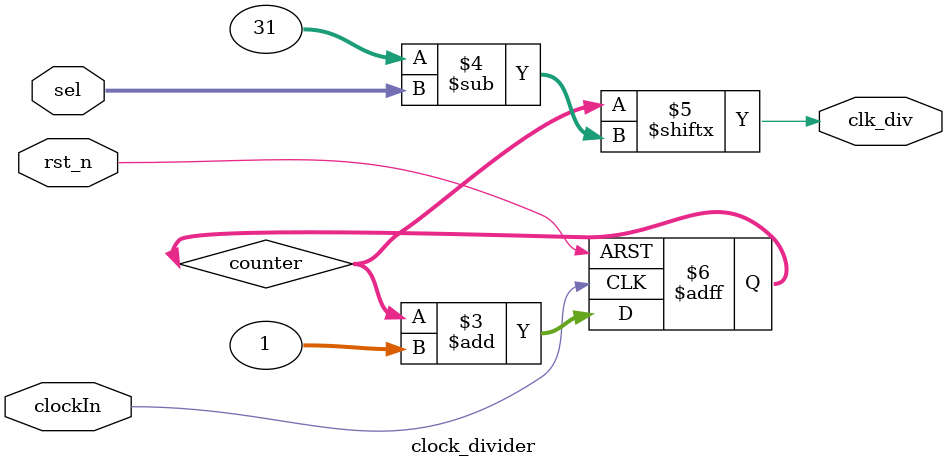
<source format=v>
`timescale 1ns / 1ps

module clock_divider(
    input clockIn,
    input [4:0] sel, // speed selector 0-31), 0 being slowest, this will use SW[4:0]
    input rst_n, // active-low resert 
    output clk_div
    
    );
    
    reg [31:0] counter;
    
    always @(posedge clockIn or negedge rst_n) begin
        if (!rst_n)
            counter <= 32'b0;     // Reset the counter
        else
            counter <= counter + 1;   // Increment on each rising clock edge
    end
    
    assign clk_div = counter[31 - sel]; // without 31 - : this would be inverted on the physical switches
    
endmodule

</source>
